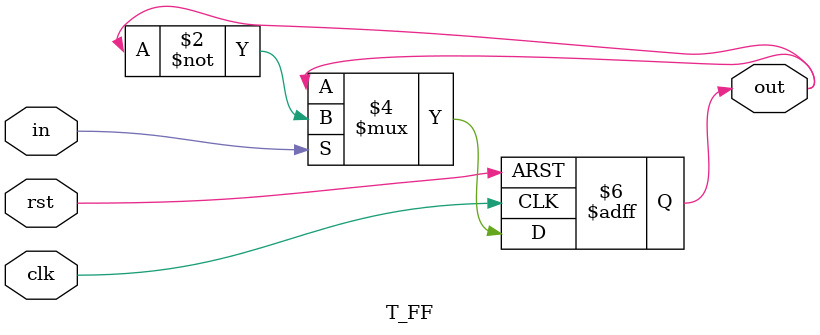
<source format=v>
module T_FF(clk, rst, in, out);

	input wire clk, rst, in;
	output reg out;

	always @(posedge clk , posedge rst)	
		begin
		if(rst)
			begin
			out <= 0;
			end
		else
			begin
			if(in)
				begin
				out <= ~out; #50;
				end
			else 
				begin 
				out <= out;
				end
			end
		end
endmodule 
</source>
